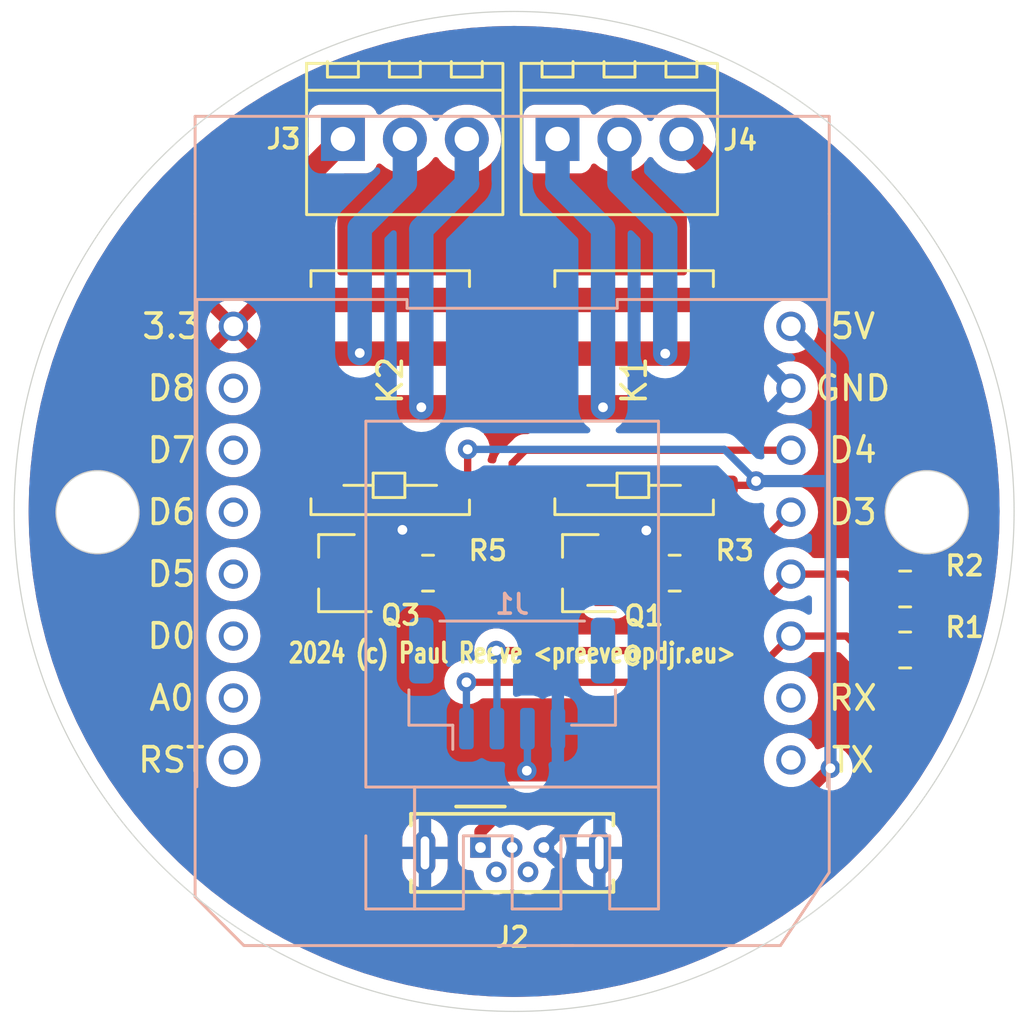
<source format=kicad_pcb>
(kicad_pcb (version 20221018) (generator pcbnew)
  (layers (0 "F.Cu" signal) (31 "B.Cu" signal) (34 "B.Paste" user) (35 "F.Paste" user) (36 "B.SilkS" user "B.Silkscreen") (37 "F.SilkS" user "F.Silkscreen") (38 "B.Mask" user) (39 "F.Mask" user) (44 "Edge.Cuts" user))
  (net 0 "")
  (net 1 "GND")
  (net 2 "Net-(J1-Pin_1)")
  (net 3 "Net-(J1-Pin_2)")
  (net 4 "Net-(Q1-D)")
  (net 5 "+5V")
  (net 6 "+3V3")
  (net 7 "Net-(Q1-G)")
  (net 17 "Net-(J3-Pin_3)")
  (net 18 "Net-(Q3-D)")
  (net 19 "Net-(Q3-G)")
  (net 20 "Net-(J4-Pin_1)")
  (net 21 "Net-(J4-Pin_2)")
  (net 22 "Net-(J4-Pin_3)")
  (net 23 "/R0")
  (net 24 "/R1")
  (net 25 "Net-(J3-Pin_1)")
  (net 26 "Net-(J3-Pin_2)")
  (footprint "Resistor_SMD:R_0805_2012Metric" (layer "F.Cu") (at -3.45 2.5)
    (fp_text reference "R5" (at 2.45 -0.925) (layer "F.SilkS") (effects (font (size 0.8 0.8))))
    (fp_text value "10K" hide)
    (fp_line (start -0.227064 -0.735) (end 0.227064 -0.735) (stroke (width 0.12)) (layer "F.SilkS"))
    (fp_line (start -0.227064 0.735) (end 0.227064 0.735) (stroke (width 0.12)) (layer "F.SilkS"))
    (pad "1" smd roundrect (at -0.9125 0) (size 1.025 1.4) (layers "F.Cu" "F.Paste" "F.Mask") (roundrect_rratio 0.243902) (net 19 "Net-(Q3-G)"))
    (pad "2" smd roundrect (at 0.9125 0) (size 1.025 1.4) (layers "F.Cu" "F.Paste" "F.Mask") (roundrect_rratio 0.243902) (net 24 "/R1"))
  )
  (footprint "pdjr:RS_1731204_2.54x3_SCREW_TERMINAL" (layer "F.Cu") (at -4.4 -15.3)
    (fp_text reference "J3" (at -4.975 0 unlocked) (layer "F.SilkS") (effects (font (size 0.8 0.8))))
    (fp_text value "Screw_Terminal_01x03")
    (fp_line (start -4 -2) (end 4 -2) (stroke (width 0.12)) (layer "F.SilkS"))
    (fp_line (start -3.175 -2.54) (end -3.175 -3.175) (stroke (width 0.12)) (layer "F.SilkS"))
    (fp_line (start -3.175 -2.54) (end -1.905 -2.54) (stroke (width 0.12)) (layer "F.SilkS"))
    (fp_line (start -1.905 -2.54) (end -1.905 -3.175) (stroke (width 0.12)) (layer "F.SilkS"))
    (fp_line (start -0.635 -2.54) (end -0.635 -3.175) (stroke (width 0.12)) (layer "F.SilkS"))
    (fp_line (start -0.635 -2.54) (end 0.635 -2.54) (stroke (width 0.12)) (layer "F.SilkS"))
    (fp_line (start 0.635 -2.54) (end 0.635 -3.175) (stroke (width 0.12)) (layer "F.SilkS"))
    (fp_line (start 1.905 -2.54) (end 1.905 -3.175) (stroke (width 0.12)) (layer "F.SilkS"))
    (fp_line (start 1.905 -2.54) (end 3.175 -2.54) (stroke (width 0.12)) (layer "F.SilkS"))
    (fp_line (start 3.175 -2.54) (end 3.175 -3.175) (stroke (width 0.12)) (layer "F.SilkS"))
    (fp_rect (start -4.03 -3.1) (end 4.02 3.1) (stroke (width 0.12)) (fill none) (layer "F.SilkS"))
    (pad "1" thru_hole rect (at -2.54 0) (size 1.8 1.8) (drill 1) (layers "*.Cu" "*.Mask") (net 25 "Net-(J3-Pin_1)"))
    (pad "2" thru_hole circle (at 0 0) (size 1.8 1.8) (drill 1) (layers "*.Cu" "*.Mask") (net 26 "Net-(J3-Pin_2)"))
    (pad "3" thru_hole circle (at 2.54 0) (size 1.8 1.8) (drill 1) (layers "*.Cu" "*.Mask") (net 17 "Net-(J3-Pin_3)"))
  )
  (footprint "Connector_USB:USB_Micro-B_Wuerth_614105150721_Vertical" (layer "F.Cu") (at -1.3 13.75)
    (fp_text reference "J2" (at 1.3 3.675) (layer "F.SilkS") (effects (font (size 0.8 0.8))))
    (fp_text value "USB_B_Micro" hide)
    (fp_line (start -2.85 -1.38) (end 5.45 -1.38) (stroke (width 0.15)) (layer "F.SilkS"))
    (fp_line (start -2.85 -0.905) (end -2.85 -1.38) (stroke (width 0.15)) (layer "F.SilkS"))
    (fp_line (start -2.85 1.345) (end -2.85 1.82) (stroke (width 0.15)) (layer "F.SilkS"))
    (fp_line (start -2.85 1.82) (end 5.45 1.82) (stroke (width 0.15)) (layer "F.SilkS"))
    (fp_line (start -1 -1.68) (end 1 -1.68) (stroke (width 0.15)) (layer "F.SilkS"))
    (fp_line (start 5.45 -1.38) (end 5.45 -0.905) (stroke (width 0.15)) (layer "F.SilkS"))
    (fp_line (start 5.45 1.82) (end 5.45 1.345) (stroke (width 0.15)) (layer "F.SilkS"))
    (pad "1" thru_hole rect (at 0 0) (size 0.84 0.84) (drill 0.44) (layers "*.Cu" "*.Mask") (net 5 "+5V"))
    (pad "2" thru_hole circle (at 0.65 1) (size 0.84 0.84) (drill 0.44) (layers "*.Cu" "*.Mask"))
    (pad "3" thru_hole circle (at 1.3 0) (size 0.84 0.84) (drill 0.44) (layers "*.Cu" "*.Mask"))
    (pad "4" thru_hole circle (at 1.95 1) (size 0.84 0.84) (drill 0.44) (layers "*.Cu" "*.Mask"))
    (pad "5" thru_hole circle (at 2.6 0) (size 0.84 0.84) (drill 0.44) (layers "*.Cu" "*.Mask") (net 1 "GND"))
    (pad "6" thru_hole oval (at -2.275 0.22) (size 0.85 1.85) (drill oval 0.35 1.35) (layers "*.Cu" "*.Mask") (net 1 "GND"))
    (pad "6" thru_hole oval (at 4.875 0.22) (size 0.85 1.85) (drill oval 0.35 1.35) (layers "*.Cu" "*.Mask") (net 1 "GND"))
  )
  (footprint "Package_TO_SOT_SMD:SOT-23" (layer "F.Cu") (at 2.825 2.5 180)
    (fp_text reference "Q1" (at -2.575 -1.75) (layer "F.SilkS") (effects (font (size 0.8 0.8))))
    (fp_text value "2N7002" hide)
    (fp_line (start 0.76 -1.58) (end -1.4 -1.58) (stroke (width 0.12)) (layer "F.SilkS"))
    (fp_line (start 0.76 -1.58) (end 0.76 -0.65) (stroke (width 0.12)) (layer "F.SilkS"))
    (fp_line (start 0.76 1.58) (end -0.7 1.58) (stroke (width 0.12)) (layer "F.SilkS"))
    (fp_line (start 0.76 1.58) (end 0.76 0.65) (stroke (width 0.12)) (layer "F.SilkS"))
    (pad "1" smd rect (at -1 -0.95 180) (size 0.9 0.8) (layers "F.Cu" "F.Paste" "F.Mask") (net 7 "Net-(Q1-G)"))
    (pad "2" smd rect (at -1 0.95 180) (size 0.9 0.8) (layers "F.Cu" "F.Paste" "F.Mask") (net 1 "GND"))
    (pad "3" smd rect (at 1 0 180) (size 0.9 0.8) (layers "F.Cu" "F.Paste" "F.Mask") (net 4 "Net-(Q1-D)"))
  )
  (footprint "Package_TO_SOT_SMD:SOT-23" (layer "F.Cu") (at -7.175 2.5 180)
    (fp_text reference "Q3" (at -2.6 -1.725) (layer "F.SilkS") (effects (font (size 0.8 0.8))))
    (fp_text value "2N7002" hide)
    (fp_line (start 0.76 -1.58) (end -1.4 -1.58) (stroke (width 0.12)) (layer "F.SilkS"))
    (fp_line (start 0.76 -1.58) (end 0.76 -0.65) (stroke (width 0.12)) (layer "F.SilkS"))
    (fp_line (start 0.76 1.58) (end -0.7 1.58) (stroke (width 0.12)) (layer "F.SilkS"))
    (fp_line (start 0.76 1.58) (end 0.76 0.65) (stroke (width 0.12)) (layer "F.SilkS"))
    (pad "1" smd rect (at -1 -0.95 180) (size 0.9 0.8) (layers "F.Cu" "F.Paste" "F.Mask") (net 19 "Net-(Q3-G)"))
    (pad "2" smd rect (at -1 0.95 180) (size 0.9 0.8) (layers "F.Cu" "F.Paste" "F.Mask") (net 1 "GND"))
    (pad "3" smd rect (at 1 0 180) (size 0.9 0.8) (layers "F.Cu" "F.Paste" "F.Mask") (net 18 "Net-(Q3-D)"))
  )
  (footprint "Resistor_SMD:R_0805_2012Metric" (layer "F.Cu") (at 6.6625 2.5)
    (fp_text reference "R3" (at 2.4625 -0.925) (layer "F.SilkS") (effects (font (size 0.8 0.8))))
    (fp_text value "10K" hide)
    (fp_line (start -0.227064 -0.735) (end 0.227064 -0.735) (stroke (width 0.12)) (layer "F.SilkS"))
    (fp_line (start -0.227064 0.735) (end 0.227064 0.735) (stroke (width 0.12)) (layer "F.SilkS"))
    (pad "1" smd roundrect (at -0.9125 0) (size 1.025 1.4) (layers "F.Cu" "F.Paste" "F.Mask") (roundrect_rratio 0.243902) (net 7 "Net-(Q1-G)"))
    (pad "2" smd roundrect (at 0.9125 0) (size 1.025 1.4) (layers "F.Cu" "F.Paste" "F.Mask") (roundrect_rratio 0.243902) (net 23 "/R0"))
  )
  (footprint "pdjr:RS_SUBMINIATURE_SIGNAL_RELAY" (layer "F.Cu") (at 5 -1.1 90)
    (fp_text reference "K1" (at 4.3 0 90 unlocked) (layer "F.SilkS"))
    (fp_text value "Relay_DPDT" hide)
    (fp_line (start -1.2 -3.25) (end -0.55 -3.25) (stroke (width 0.12)) (layer "F.SilkS"))
    (fp_line (start -1.2 3.25) (end -1.2 -3.25) (stroke (width 0.12)) (layer "F.SilkS"))
    (fp_line (start -0.6 3.25) (end -1.2 3.25) (stroke (width 0.12)) (layer "F.SilkS"))
    (fp_line (start -0.5 -0.7) (end -0.5 0.5) (stroke (width 0.12)) (layer "F.SilkS"))
    (fp_line (start -0.5 0.5) (end -0.5 0.6) (stroke (width 0.12)) (layer "F.SilkS"))
    (fp_line (start -0.5 0.6) (end 0.5 0.6) (stroke (width 0.12)) (layer "F.SilkS"))
    (fp_line (start 0 -1.9) (end 0 -0.7) (stroke (width 0.12)) (layer "F.SilkS"))
    (fp_line (start 0 -0.7) (end -0.5 -0.7) (stroke (width 0.12)) (layer "F.SilkS"))
    (fp_line (start 0 1.9) (end 0 0.6) (stroke (width 0.12)) (layer "F.SilkS"))
    (fp_line (start 0.5 -0.7) (end 0 -0.7) (stroke (width 0.12)) (layer "F.SilkS"))
    (fp_line (start 0.5 0.6) (end 0.5 -0.7) (stroke (width 0.12)) (layer "F.SilkS"))
    (fp_line (start 8.15 -3.25) (end 8.8 -3.25) (stroke (width 0.12)) (layer "F.SilkS"))
    (fp_line (start 8.8 -3.25) (end 8.8 3.25) (stroke (width 0.12)) (layer "F.SilkS"))
    (fp_line (start 8.8 3.25) (end 8.15 3.25) (stroke (width 0.12)) (layer "F.SilkS"))
    (pad "11" smd roundrect (at 5.4 -3.175 90) (size 0.8 2.15) (layers "F.Cu" "F.Paste" "F.Mask") (net 21 "Net-(J4-Pin_2)"))
    (pad "12" smd roundrect (at 3.2 -3.175 90) (size 0.8 2.15) (layers "F.Cu" "F.Paste" "F.Mask") (net 20 "Net-(J4-Pin_1)"))
    (pad "14" smd roundrect (at 7.6 -3.175 90) (size 0.8 2.15) (layers "F.Cu" "F.Paste" "F.Mask") (net 22 "Net-(J4-Pin_3)"))
    (pad "21" smd roundrect (at 5.4 3.175 90) (size 0.8 2.15) (layers "F.Cu" "F.Paste" "F.Mask") (net 21 "Net-(J4-Pin_2)"))
    (pad "22" smd roundrect (at 3.2 3.175 90) (size 0.8 2.15) (layers "F.Cu" "F.Paste" "F.Mask") (net 20 "Net-(J4-Pin_1)"))
    (pad "24" smd roundrect (at 7.6 3.175 90) (size 0.8 2.15) (layers "F.Cu" "F.Paste" "F.Mask") (net 22 "Net-(J4-Pin_3)"))
    (pad "A1" smd roundrect (at 0 3.175 90) (size 0.8 2.15) (layers "F.Cu" "F.Paste" "F.Mask") (net 5 "+5V"))
    (pad "A2" smd roundrect (at 0 -3.175 90) (size 0.8 2.15) (layers "F.Cu" "F.Paste" "F.Mask") (net 4 "Net-(Q1-D)"))
  )
  (footprint "pdjr:RS_SUBMINIATURE_SIGNAL_RELAY" (layer "F.Cu") (at -5 -1.1 90)
    (fp_text reference "K2" (at 4.3 0 90 unlocked) (layer "F.SilkS"))
    (fp_text value "Relay_DPDT" hide)
    (fp_line (start -1.2 -3.25) (end -0.55 -3.25) (stroke (width 0.12)) (layer "F.SilkS"))
    (fp_line (start -1.2 3.25) (end -1.2 -3.25) (stroke (width 0.12)) (layer "F.SilkS"))
    (fp_line (start -0.6 3.25) (end -1.2 3.25) (stroke (width 0.12)) (layer "F.SilkS"))
    (fp_line (start -0.5 -0.7) (end -0.5 0.5) (stroke (width 0.12)) (layer "F.SilkS"))
    (fp_line (start -0.5 0.5) (end -0.5 0.6) (stroke (width 0.12)) (layer "F.SilkS"))
    (fp_line (start -0.5 0.6) (end 0.5 0.6) (stroke (width 0.12)) (layer "F.SilkS"))
    (fp_line (start 0 -1.9) (end 0 -0.7) (stroke (width 0.12)) (layer "F.SilkS"))
    (fp_line (start 0 -0.7) (end -0.5 -0.7) (stroke (width 0.12)) (layer "F.SilkS"))
    (fp_line (start 0 1.9) (end 0 0.6) (stroke (width 0.12)) (layer "F.SilkS"))
    (fp_line (start 0.5 -0.7) (end 0 -0.7) (stroke (width 0.12)) (layer "F.SilkS"))
    (fp_line (start 0.5 0.6) (end 0.5 -0.7) (stroke (width 0.12)) (layer "F.SilkS"))
    (fp_line (start 8.15 -3.25) (end 8.8 -3.25) (stroke (width 0.12)) (layer "F.SilkS"))
    (fp_line (start 8.8 -3.25) (end 8.8 3.25) (stroke (width 0.12)) (layer "F.SilkS"))
    (fp_line (start 8.8 3.25) (end 8.15 3.25) (stroke (width 0.12)) (layer "F.SilkS"))
    (pad "11" smd roundrect (at 5.4 -3.175 90) (size 0.8 2.15) (layers "F.Cu" "F.Paste" "F.Mask") (net 26 "Net-(J3-Pin_2)"))
    (pad "12" smd roundrect (at 3.2 -3.175 90) (size 0.8 2.15) (layers "F.Cu" "F.Paste" "F.Mask") (net 17 "Net-(J3-Pin_3)"))
    (pad "14" smd roundrect (at 7.6 -3.175 90) (size 0.8 2.15) (layers "F.Cu" "F.Paste" "F.Mask") (net 25 "Net-(J3-Pin_1)"))
    (pad "21" smd roundrect (at 5.4 3.175 90) (size 0.8 2.15) (layers "F.Cu" "F.Paste" "F.Mask") (net 26 "Net-(J3-Pin_2)"))
    (pad "22" smd roundrect (at 3.2 3.175 90) (size 0.8 2.15) (layers "F.Cu" "F.Paste" "F.Mask") (net 17 "Net-(J3-Pin_3)"))
    (pad "24" smd roundrect (at 7.6 3.175 90) (size 0.8 2.15) (layers "F.Cu" "F.Paste" "F.Mask") (net 25 "Net-(J3-Pin_1)"))
    (pad "A1" smd roundrect (at 0 3.175 90) (size 0.8 2.15) (layers "F.Cu" "F.Paste" "F.Mask") (net 5 "+5V"))
    (pad "A2" smd roundrect (at 0 -3.175 90) (size 0.8 2.15) (layers "F.Cu" "F.Paste" "F.Mask") (net 18 "Net-(Q3-D)"))
  )
  (footprint "Resistor_SMD:R_0805_2012Metric" (layer "F.Cu") (at 16.1125 5.65 180)
    (fp_text reference "R1" (at -2.4375 0.925) (layer "F.SilkS") (effects (font (size 0.8 0.8))))
    (fp_text value "4K8" hide)
    (fp_line (start -0.227064 -0.735) (end 0.227064 -0.735) (stroke (width 0.12)) (layer "F.SilkS"))
    (fp_line (start -0.227064 0.735) (end 0.227064 0.735) (stroke (width 0.12)) (layer "F.SilkS"))
    (pad "1" smd roundrect (at -0.9125 0 180) (size 1.025 1.4) (layers "F.Cu" "F.Paste" "F.Mask") (roundrect_rratio 0.243902) (net 6 "+3V3"))
    (pad "2" smd roundrect (at 0.9125 0 180) (size 1.025 1.4) (layers "F.Cu" "F.Paste" "F.Mask") (roundrect_rratio 0.243902) (net 2 "Net-(J1-Pin_1)"))
  )
  (footprint "pdjr:RS_1731204_2.54x3_SCREW_TERMINAL" (layer "F.Cu") (at 4.4 -15.3)
    (fp_text reference "J4" (at 4.95 0.05 unlocked) (layer "F.SilkS") (effects (font (size 0.8 0.8))))
    (fp_text value "Screw_Terminal_01x03")
    (fp_line (start -4 -2) (end 4 -2) (stroke (width 0.12)) (layer "F.SilkS"))
    (fp_line (start -3.175 -2.54) (end -3.175 -3.175) (stroke (width 0.12)) (layer "F.SilkS"))
    (fp_line (start -3.175 -2.54) (end -1.905 -2.54) (stroke (width 0.12)) (layer "F.SilkS"))
    (fp_line (start -1.905 -2.54) (end -1.905 -3.175) (stroke (width 0.12)) (layer "F.SilkS"))
    (fp_line (start -0.635 -2.54) (end -0.635 -3.175) (stroke (width 0.12)) (layer "F.SilkS"))
    (fp_line (start -0.635 -2.54) (end 0.635 -2.54) (stroke (width 0.12)) (layer "F.SilkS"))
    (fp_line (start 0.635 -2.54) (end 0.635 -3.175) (stroke (width 0.12)) (layer "F.SilkS"))
    (fp_line (start 1.905 -2.54) (end 1.905 -3.175) (stroke (width 0.12)) (layer "F.SilkS"))
    (fp_line (start 1.905 -2.54) (end 3.175 -2.54) (stroke (width 0.12)) (layer "F.SilkS"))
    (fp_line (start 3.175 -2.54) (end 3.175 -3.175) (stroke (width 0.12)) (layer "F.SilkS"))
    (fp_rect (start -4.03 -3.1) (end 4.02 3.1) (stroke (width 0.12)) (fill none) (layer "F.SilkS"))
    (pad "1" thru_hole rect (at -2.54 0) (size 1.8 1.8) (drill 1) (layers "*.Cu" "*.Mask") (net 20 "Net-(J4-Pin_1)"))
    (pad "2" thru_hole circle (at 0 0) (size 1.8 1.8) (drill 1) (layers "*.Cu" "*.Mask") (net 21 "Net-(J4-Pin_2)"))
    (pad "3" thru_hole circle (at 2.54 0) (size 1.8 1.8) (drill 1) (layers "*.Cu" "*.Mask") (net 22 "Net-(J4-Pin_3)"))
  )
  (footprint "Resistor_SMD:R_0805_2012Metric" (layer "F.Cu") (at 16.1125 3.15 180)
    (fp_text reference "R2" (at -2.4375 0.95) (layer "F.SilkS") (effects (font (size 0.8 0.8))))
    (fp_text value "4K8" hide)
    (fp_line (start -0.227064 -0.735) (end 0.227064 -0.735) (stroke (width 0.12)) (layer "F.SilkS"))
    (fp_line (start -0.227064 0.735) (end 0.227064 0.735) (stroke (width 0.12)) (layer "F.SilkS"))
    (pad "1" smd roundrect (at -0.9125 0 180) (size 1.025 1.4) (layers "F.Cu" "F.Paste" "F.Mask") (roundrect_rratio 0.243902) (net 6 "+3V3"))
    (pad "2" smd roundrect (at 0.9125 0 180) (size 1.025 1.4) (layers "F.Cu" "F.Paste" "F.Mask") (roundrect_rratio 0.243902) (net 3 "Net-(J1-Pin_2)"))
  )
  (footprint "wemos_d1_mini:WEMOS_D1" (layer "B.Cu") (at 0 1.27 -90)
    (fp_text reference "U1" hide)
    (fp_text value "WeMos_mini" hide)
    (fp_line (start -17.5 -13) (end -13.5 -13) (stroke (width 0.12)) (layer "B.SilkS"))
    (fp_line (start -17.5 4.5) (end -17.5 -13) (stroke (width 0.12)) (layer "B.SilkS"))
    (fp_line (start -17.5 4.5) (end -17.5 13) (stroke (width 0.12)) (layer "B.SilkS"))
    (fp_line (start -17.5 13) (end -13.5 13) (stroke (width 0.12)) (layer "B.SilkS"))
    (fp_line (start -13.5 -13) (end 13.5 -13) (stroke (width 0.12)) (layer "B.SilkS"))
    (fp_line (start -13.5 13) (end 14.5 13) (stroke (width 0.12)) (layer "B.SilkS"))
    (fp_line (start -9.99 -12.93) (end 9.99 -12.93) (stroke (width 0.12)) (layer "B.SilkS"))
    (fp_line (start -9.99 -4.309999) (end -9.99 -12.93) (stroke (width 0.12)) (layer "B.SilkS"))
    (fp_line (start -9.99 4.31) (end -9.63 4.31) (stroke (width 0.12)) (layer "B.SilkS"))
    (fp_line (start -9.99 12.93) (end -9.99 4.31) (stroke (width 0.12)) (layer "B.SilkS"))
    (fp_line (start -9.63 -4.309999) (end -9.99 -4.309999) (stroke (width 0.12)) (layer "B.SilkS"))
    (fp_line (start -9.63 4.31) (end -9.63 -4.309999) (stroke (width 0.12)) (layer "B.SilkS"))
    (fp_line (start -5 -6) (end 10 -6) (stroke (width 0.12)) (layer "B.SilkS"))
    (fp_line (start -5 6) (end -5 -6) (stroke (width 0.12)) (layer "B.SilkS"))
    (fp_line (start 9.99 12.93) (end -9.99 12.93) (stroke (width 0.12)) (layer "B.SilkS"))
    (fp_line (start 10 -6) (end 10 0) (stroke (width 0.12)) (layer "B.SilkS"))
    (fp_line (start 10 0) (end 10 6) (stroke (width 0.12)) (layer "B.SilkS"))
    (fp_line (start 10 4) (end 12 4) (stroke (width 0.12)) (layer "B.SilkS"))
    (fp_line (start 10 6) (end -5 6) (stroke (width 0.12)) (layer "B.SilkS"))
    (fp_line (start 11 -6) (end 10 -6) (stroke (width 0.12)) (layer "B.SilkS"))
    (fp_line (start 12 -6) (end 11 -6) (stroke (width 0.12)) (layer "B.SilkS"))
    (fp_line (start 12 -4) (end 15 -4) (stroke (width 0.12)) (layer "B.SilkS"))
    (fp_line (start 12 -2) (end 12 -4) (stroke (width 0.12)) (layer "B.SilkS"))
    (fp_line (start 12 0) (end 12 2) (stroke (width 0.12)) (layer "B.SilkS"))
    (fp_line (start 12 0) (end 15 0) (stroke (width 0.12)) (layer "B.SilkS"))
    (fp_line (start 12 2) (end 15 2) (stroke (width 0.12)) (layer "B.SilkS"))
    (fp_line (start 12 4) (end 15 4) (stroke (width 0.12)) (layer "B.SilkS"))
    (fp_line (start 13.5 -13) (end 16.5 -11) (stroke (width 0.12)) (layer "B.SilkS"))
    (fp_line (start 14.5 13) (end 16.5 11) (stroke (width 0.12)) (layer "B.SilkS"))
    (fp_line (start 15 -6) (end 12 -6) (stroke (width 0.12)) (layer "B.SilkS"))
    (fp_line (start 15 -4) (end 15 -6) (stroke (width 0.12)) (layer "B.SilkS"))
    (fp_line (start 15 -2) (end 12 -2) (stroke (width 0.12)) (layer "B.SilkS"))
    (fp_line (start 15 0) (end 15 -2) (stroke (width 0.12)) (layer "B.SilkS"))
    (fp_line (start 15 2) (end 15 4) (stroke (width 0.12)) (layer "B.SilkS"))
    (fp_line (start 15 4) (end 10 4) (stroke (width 0.12)) (layer "B.SilkS"))
    (fp_line (start 15 4) (end 15 6) (stroke (width 0.12)) (layer "B.SilkS"))
    (fp_line (start 15 6) (end 12 6) (stroke (width 0.12)) (layer "B.SilkS"))
    (fp_line (start 16.5 -11) (end 16.5 -2.5) (stroke (width 0.12)) (layer "B.SilkS"))
    (fp_line (start 16.5 -2.5) (end 16.5 -2) (stroke (width 0.12)) (layer "B.SilkS"))
    (fp_line (start 16.5 11) (end 16.5 -2.5) (stroke (width 0.12)) (layer "B.SilkS"))
    (pad "1" thru_hole circle (at -8.89 -11.43 270) (size 1.2 1.2) (drill 0.8) (layers "*.Cu" "*.Mask") (net 5 "+5V"))
    (pad "2" thru_hole circle (at -6.35 -11.43 270) (size 1.2 1.2) (drill 0.8) (layers "*.Cu" "*.Mask") (net 1 "GND"))
    (pad "3" thru_hole circle (at -3.81 -11.43 270) (size 1.2 1.2) (drill 0.8) (layers "*.Cu" "*.Mask") (net 24 "/R1"))
    (pad "4" thru_hole circle (at -1.27 -11.43 270) (size 1.2 1.2) (drill 0.8) (layers "*.Cu" "*.Mask") (net 23 "/R0"))
    (pad "5" thru_hole circle (at 1.27 -11.43 270) (size 1.2 1.2) (drill 0.8) (layers "*.Cu" "*.Mask") (net 3 "Net-(J1-Pin_2)"))
    (pad "6" thru_hole circle (at 3.81 -11.43 270) (size 1.2 1.2) (drill 0.8) (layers "*.Cu" "*.Mask") (net 2 "Net-(J1-Pin_1)"))
    (pad "7" thru_hole circle (at 6.35 -11.43 270) (size 1.2 1.2) (drill 0.8) (layers "*.Cu" "*.Mask"))
    (pad "8" thru_hole circle (at 8.89 -11.43 270) (size 1.2 1.2) (drill 0.8) (layers "*.Cu" "*.Mask"))
    (pad "9" thru_hole circle (at 8.89 11.43 270) (size 1.2 1.2) (drill 0.8) (layers "*.Cu" "*.Mask"))
    (pad "10" thru_hole circle (at 6.35 11.43 270) (size 1.2 1.2) (drill 0.8) (layers "*.Cu" "*.Mask"))
    (pad "11" thru_hole circle (at 3.81 11.43 270) (size 1.2 1.2) (drill 0.8) (layers "*.Cu" "*.Mask"))
    (pad "12" thru_hole circle (at 1.27 11.43 270) (size 1.2 1.2) (drill 0.8) (layers "*.Cu" "*.Mask"))
    (pad "13" thru_hole circle (at -1.27 11.43 270) (size 1.2 1.2) (drill 0.8) (layers "*.Cu" "*.Mask"))
    (pad "14" thru_hole circle (at -3.81 11.43 270) (size 1.2 1.2) (drill 0.8) (layers "*.Cu" "*.Mask"))
    (pad "15" thru_hole circle (at -6.35 11.43 270) (size 1.2 1.2) (drill 0.8) (layers "*.Cu" "*.Mask"))
    (pad "16" thru_hole circle (at -8.89 11.43 270) (size 1.2 1.2) (drill 0.8) (layers "*.Cu" "*.Mask") (net 6 "+3V3"))
  )
  (footprint "Connector_JST:JST_GH_SM04B-GHS-TB_1x04-1MP_P1.25mm_Horizontal" (layer "B.Cu") (at 0 7.025)
    (fp_text reference "J1" (at 0 -3.25) (layer "B.SilkS") (effects (font (size 0.8 0.8)) (justify mirror)))
    (fp_text value "Conn_01x04_Socket" hide)
    (fp_line (start -4.235 0.26) (end -4.235 1.71) (stroke (width 0.12)) (layer "B.SilkS"))
    (fp_line (start -4.235 1.71) (end -2.435 1.71) (stroke (width 0.12)) (layer "B.SilkS"))
    (fp_line (start -2.965 -2.56) (end 2.965 -2.56) (stroke (width 0.12)) (layer "B.SilkS"))
    (fp_line (start -2.435 1.71) (end -2.435 2.7) (stroke (width 0.12)) (layer "B.SilkS"))
    (fp_line (start 4.235 0.26) (end 4.235 1.71) (stroke (width 0.12)) (layer "B.SilkS"))
    (fp_line (start 4.235 1.71) (end 2.435 1.71) (stroke (width 0.12)) (layer "B.SilkS"))
    (pad "1" smd roundrect (at -1.875 1.85) (size 0.6 1.7) (layers "B.Cu" "B.Paste" "B.Mask") (net 2 "Net-(J1-Pin_1)"))
    (pad "2" smd roundrect (at -0.625 1.85) (size 0.6 1.7) (layers "B.Cu" "B.Paste" "B.Mask") (net 3 "Net-(J1-Pin_2)"))
    (pad "3" smd roundrect (at 0.625 1.85) (size 0.6 1.7) (layers "B.Cu" "B.Paste" "B.Mask") (net 6 "+3V3"))
    (pad "4" smd roundrect (at 1.875 1.85) (size 0.6 1.7) (layers "B.Cu" "B.Paste" "B.Mask") (net 1 "GND"))
    (pad "MP" smd roundrect (at -3.725 -1.35) (size 1 2.7) (layers "B.Cu" "B.Paste" "B.Mask"))
    (pad "MP" smd roundrect (at 3.725 -1.35) (size 1 2.7) (layers "B.Cu" "B.Paste" "B.Mask"))
  )
  (gr_circle (center 0.08 -0.03) (end -20.42 0.07) (stroke (width 0.05)) (fill none) (layer "Edge.Cuts"))
  (gr_circle (center 17 0) (end 18.7 0) (stroke (width 0.05)) (fill none) (layer "Edge.Cuts"))
  (gr_circle (center -17 0) (end -15.3 0) (stroke (width 0.05)) (fill none) (layer "Edge.Cuts"))
  (gr_text "GND" (at 13.97 -5.08) (layer "F.SilkS") (effects (font (size 1 1))))
  (gr_text "D4" (at 13.97 -2.54) (layer "F.SilkS") (effects (font (size 1 1))))
  (gr_text "D8" (at -13.97 -5.08) (layer "F.SilkS") (effects (font (size 1 1))))
  (gr_text "D6" (at -13.97 0) (layer "F.SilkS") (effects (font (size 1 1))))
  (gr_text "2024 (c) Paul Reeve <preeve@pdjr.eu>" (at 0 5.775) (layer "F.SilkS") (effects (font (size 0.8 0.6))))
  (gr_text "D5" (at -13.97 2.54) (layer "F.SilkS") (effects (font (size 1 1))))
  (gr_text "3.3" (at -13.97 -7.62) (layer "F.SilkS") (effects (font (size 1 1))))
  (gr_text "D0" (at -13.97 5.08) (layer "F.SilkS") (effects (font (size 1 1))))
  (gr_text "D7" (at -13.97 -2.54) (layer "F.SilkS") (effects (font (size 1 1))))
  (gr_text "RST" (at -13.97 10.16) (layer "F.SilkS") (effects (font (size 1 1))))
  (gr_text "TX" (at 13.97 10.16) (layer "F.SilkS") (effects (font (size 1 1))))
  (gr_text "RX" (at 13.97 7.62) (layer "F.SilkS") (effects (font (size 1 1))))
  (gr_text "D3" (at 13.97 0) (layer "F.SilkS") (effects (font (size 1 1))))
  (gr_text "5V" (at 13.97 -7.62) (layer "F.SilkS") (effects (font (size 1 1))))
  (gr_text "A0" (at -13.97 7.62) (layer "F.SilkS") (effects (font (size 1 1))))
  (segment (start 1.3 13.75) (end 1.52 13.97) (width 0.5) (layer "F.Cu") (net 1))
  (segment (start 4.7 1.55) (end 3.825 1.55) (width 0.3) (layer "F.Cu") (net 1))
  (segment (start -5.325 1.55) (end -6.175 1.55) (width 0.3) (layer "F.Cu") (net 1))
  (segment (start 5.5 0.75) (end 4.7 1.55) (width 0.3) (layer "F.Cu") (net 1))
  (segment (start -4.5 0.725) (end -5.325 1.55) (width 0.3) (layer "F.Cu") (net 1))
  (via (at -4.5 0.725) (size 0.8) (drill 0.4) (layers "F.Cu" "B.Cu") (net 1))
  (via (at 5.5 0.75) (size 0.8) (drill 0.4) (layers "F.Cu" "B.Cu") (net 1))
  (segment (start 11.41 -5.06) (end 11.43 -5.08) (width 1) (layer "B.Cu") (net 1))
  (segment (start 14.275 5.65) (end 13.705 5.08) (width 0.3) (layer "F.Cu") (net 2))
  (segment (start -1.875 6.975) (end 9.535 6.975) (width 0.3) (layer "F.Cu") (net 2))
  (segment (start 9.535 6.975) (end 11.43 5.08) (width 0.3) (layer "F.Cu") (net 2))
  (segment (start 13.705 5.08) (end 11.43 5.08) (width 0.3) (layer "F.Cu") (net 2))
  (segment (start 15.2 5.65) (end 14.275 5.65) (width 0.3) (layer "F.Cu") (net 2))
  (via (at -1.875 6.975) (size 0.8) (drill 0.4) (layers "F.Cu" "B.Cu") (net 2))
  (segment (start 11.43 5.08) (end 11.42 5.08) (width 0.5) (layer "B.Cu") (net 2))
  (segment (start -1.875 8.875) (end -1.875 6.975) (width 0.3) (layer "B.Cu") (net 2))
  (segment (start 15.2 3.15) (end 14.3 3.15) (width 0.3) (layer "F.Cu") (net 3))
  (segment (start 8.295 5.675) (end 11.43 2.54) (width 0.3) (layer "F.Cu") (net 3))
  (segment (start 13.69 2.54) (end 11.43 2.54) (width 0.3) (layer "F.Cu") (net 3))
  (segment (start -0.65 5.675) (end 8.295 5.675) (width 0.3) (layer "F.Cu") (net 3))
  (segment (start 14.3 3.15) (end 13.69 2.54) (width 0.3) (layer "F.Cu") (net 3))
  (via (at -0.65 5.675) (size 0.8) (drill 0.4) (layers "F.Cu" "B.Cu") (net 3))
  (segment (start -0.625 8.875) (end -0.625 5.7) (width 0.3) (layer "B.Cu") (net 3))
  (segment (start -0.625 5.7) (end -0.65 5.675) (width 0.3) (layer "B.Cu") (net 3))
  (segment (start 1.825 2.5) (end 1.825 -1.1) (width 0.5) (layer "F.Cu") (net 4))
  (segment (start 11.75 11.8) (end 13.05 10.5) (width 0.5) (layer "F.Cu") (net 5))
  (segment (start -1.825 -1.1) (end -1.825 -2.575) (width 0.3) (layer "F.Cu") (net 5))
  (segment (start 8.175 -1.1) (end 9.825 -1.1) (width 0.3) (layer "F.Cu") (net 5))
  (segment (start -1.3 13.1) (end 0 11.8) (width 0.5) (layer "F.Cu") (net 5))
  (segment (start -1.3 13.75) (end -1.3 13.1) (width 0.5) (layer "F.Cu") (net 5))
  (segment (start 0 11.8) (end 11.75 11.8) (width 0.5) (layer "F.Cu") (net 5))
  (segment (start 11.43 -7.62) (end 11.42 -7.62) (width 1) (layer "F.Cu") (net 5))
  (segment (start 9.825 -1.1) (end 10 -1.275) (width 0.3) (layer "F.Cu") (net 5))
  (via (at 13.05 10.5) (size 0.8) (drill 0.4) (layers "F.Cu" "B.Cu") (net 5))
  (via (at 10 -1.275) (size 0.8) (drill 0.4) (layers "F.Cu" "B.Cu") (net 5))
  (via (at -1.825 -2.575) (size 0.8) (drill 0.4) (layers "F.Cu" "B.Cu") (net 5))
  (segment (start -1.825 -2.575) (end 8.7 -2.575) (width 0.3) (layer "B.Cu") (net 5))
  (segment (start 13.05 -1.275) (end 10 -1.275) (width 0.5) (layer "B.Cu") (net 5))
  (segment (start 11.41 -7.6) (end 11.43 -7.62) (width 1) (layer "B.Cu") (net 5))
  (segment (start 8.7 -2.575) (end 10 -1.275) (width 0.3) (layer "B.Cu") (net 5))
  (segment (start 11.43 -7.62) (end 13.05 -6) (width 0.5) (layer "B.Cu") (net 5))
  (segment (start 13.05 10.5) (end 13.05 10.55) (width 0.5) (layer "B.Cu") (net 5))
  (segment (start 13.05 -6) (end 13.05 10.5) (width 0.5) (layer "B.Cu") (net 5))
  (via (at 0.6 10.6) (size 0.8) (drill 0.4) (layers "F.Cu" "B.Cu") (net 6))
  (segment (start 0.625 10.575) (end 0.6 10.6) (width 0.3) (layer "B.Cu") (net 6))
  (segment (start -11.41 -7.6) (end -11.43 -7.62) (width 1) (layer "B.Cu") (net 6))
  (segment (start 0.625 8.875) (end 0.625 10.575) (width 0.3) (layer "B.Cu") (net 6))
  (segment (start 4.775 2.5) (end 3.825 3.45) (width 0.3) (layer "F.Cu") (net 7))
  (segment (start 5.75 2.5) (end 4.775 2.5) (width 0.3) (layer "F.Cu") (net 7))
  (segment (start -3.65 -4.3) (end -3.6 -4.25) (width 1) (layer "F.Cu") (net 17))
  (segment (start -8.175 -4.3) (end -3.65 -4.3) (width 1) (layer "F.Cu") (net 17))
  (segment (start -3.6 -4.25) (end -3.55 -4.3) (width 1) (layer "F.Cu") (net 17))
  (segment (start -3.55 -4.3) (end -1.825 -4.3) (width 1) (layer "F.Cu") (net 17))
  (via (at -3.725 -4.3) (size 0.8) (drill 0.4) (layers "F.Cu" "B.Cu") (net 17))
  (segment (start -3.725 -4.3) (end -3.725 -11.6) (width 1) (layer "B.Cu") (net 17))
  (segment (start -1.86 -13.485) (end -1.86 -15.3) (width 1) (layer "B.Cu") (net 17))
  (segment (start -3.725 -11.6) (end -1.85 -13.475) (width 1) (layer "B.Cu") (net 17))
  (segment (start -1.85 -13.475) (end -1.86 -13.485) (width 1) (layer "B.Cu") (net 17))
  (segment (start -8.175 2.5) (end -8.175 -1.1) (width 0.5) (layer "F.Cu") (net 18))
  (segment (start -4.3625 2.5) (end -5.225 2.5) (width 0.3) (layer "F.Cu") (net 19))
  (segment (start -5.225 2.5) (end -6.175 3.45) (width 0.3) (layer "F.Cu") (net 19))
  (segment (start 3.675 -4.3) (end 8.175 -4.3) (width 1) (layer "F.Cu") (net 20))
  (segment (start 1.825 -4.3) (end 3.675 -4.3) (width 1) (layer "F.Cu") (net 20))
  (via (at 3.725 -4.3) (size 0.8) (drill 0.4) (layers "F.Cu" "B.Cu") (net 20))
  (segment (start 1.85 -13.5) (end 1.86 -13.51) (width 1) (layer "B.Cu") (net 20))
  (segment (start 1.86 -13.51) (end 1.86 -15.3) (width 1) (layer "B.Cu") (net 20))
  (segment (start 3.725 -4.3) (end 3.725 -11.625) (width 1) (layer "B.Cu") (net 20))
  (segment (start 3.725 -11.625) (end 1.85 -13.5) (width 1) (layer "B.Cu") (net 20))
  (segment (start 1.825 -6.5) (end 8.175 -6.5) (width 1) (layer "F.Cu") (net 21))
  (via (at 6.275 -6.5) (size 0.8) (drill 0.4) (layers "F.Cu" "B.Cu") (net 21))
  (segment (start 4.4 -13.5) (end 4.4 -15.3) (width 1) (layer "B.Cu") (net 21))
  (segment (start 6.275 -11.625) (end 4.4 -13.5) (width 1) (layer "B.Cu") (net 21))
  (segment (start 6.275 -6.5) (end 6.275 -11.625) (width 1) (layer "B.Cu") (net 21))
  (segment (start 8.175 -8.7) (end 8.175 -14.065) (width 1) (layer "F.Cu") (net 22))
  (segment (start 8.175 -14.065) (end 6.94 -15.3) (width 1) (layer "F.Cu") (net 22))
  (segment (start 8.175 -8.7) (end 1.825 -8.7) (width 1) (layer "F.Cu") (net 22))
  (segment (start 7.575 2.5) (end 8.93 2.5) (width 0.3) (layer "F.Cu") (net 23))
  (segment (start 11.43 0) (end 11.43 0.02) (width 0.5) (layer "F.Cu") (net 23))
  (segment (start 8.93 2.5) (end 11.43 0) (width 0.3) (layer "F.Cu") (net 23))
  (segment (start 11.43 -2.54) (end 0.54 -2.54) (width 0.3) (layer "F.Cu") (net 24))
  (segment (start 0 2) (end -0.5 2.5) (width 0.3) (layer "F.Cu") (net 24))
  (segment (start 11.43 -2.54) (end 11.43 -2.53) (width 0.5) (layer "F.Cu") (net 24))
  (segment (start -0.5 2.5) (end -2.5375 2.5) (width 0.3) (layer "F.Cu") (net 24))
  (segment (start 0 -2) (end 0 2) (width 0.3) (layer "F.Cu") (net 24))
  (segment (start 0.54 -2.54) (end 0 -2) (width 0.3) (layer "F.Cu") (net 24))
  (segment (start -8.175 -8.7) (end -1.825 -8.7) (width 1) (layer "F.Cu") (net 25))
  (segment (start -8.175 -14.065) (end -6.94 -15.3) (width 1) (layer "F.Cu") (net 25))
  (segment (start -8.175 -8.7) (end -8.175 -14.065) (width 1) (layer "F.Cu") (net 25))
  (segment (start -5.675 -6.5) (end -1.825 -6.5) (width 1) (layer "F.Cu") (net 26))
  (segment (start -8.175 -6.5) (end -5.725 -6.5) (width 1) (layer "F.Cu") (net 26))
  (via (at -6.25 -6.525) (size 0.8) (drill 0.4) (layers "F.Cu" "B.Cu") (net 26))
  (segment (start -6.25 -11.65) (end -4.4 -13.5) (width 1) (layer "B.Cu") (net 26))
  (segment (start -6.25 -6.525) (end -6.25 -11.65) (width 1) (layer "B.Cu") (net 26))
  (segment (start -4.4 -13.5) (end -4.4 -15.3) (width 1) (layer "B.Cu") (net 26))
  (zone (net 6) (net_name "+3V3") (layer "F.Cu") (connect_pads (clearance 0.508)) (min_thickness 0.254) (fill yes (thermal_gap 0.508) (thermal_bridge_width 0.508))
    (polygon (pts (xy 21 21) (xy -21 21) (xy -21 -21) (xy 21 -21)))
  )
  (zone (net 1) (net_name "GND") (layer "B.Cu") (connect_pads (clearance 0.508)) (min_thickness 0.254) (fill yes (thermal_gap 0.508) (thermal_bridge_width 0.508))
    (polygon (pts (xy 21 21) (xy -21 21) (xy -21 -21) (xy 21 -21)))
  )
)
</source>
